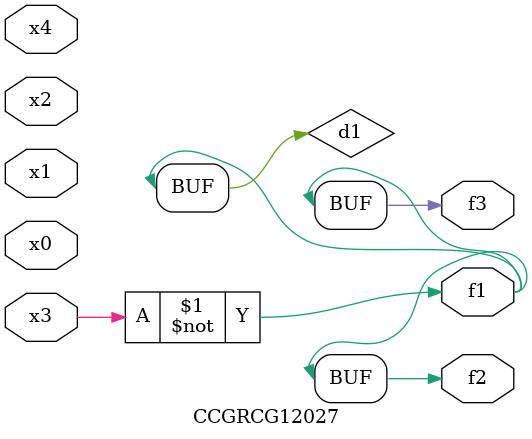
<source format=v>
module CCGRCG12027(
	input x0, x1, x2, x3, x4,
	output f1, f2, f3
);

	wire d1, d2;

	xnor (d1, x3);
	not (d2, x1);
	assign f1 = d1;
	assign f2 = d1;
	assign f3 = d1;
endmodule

</source>
